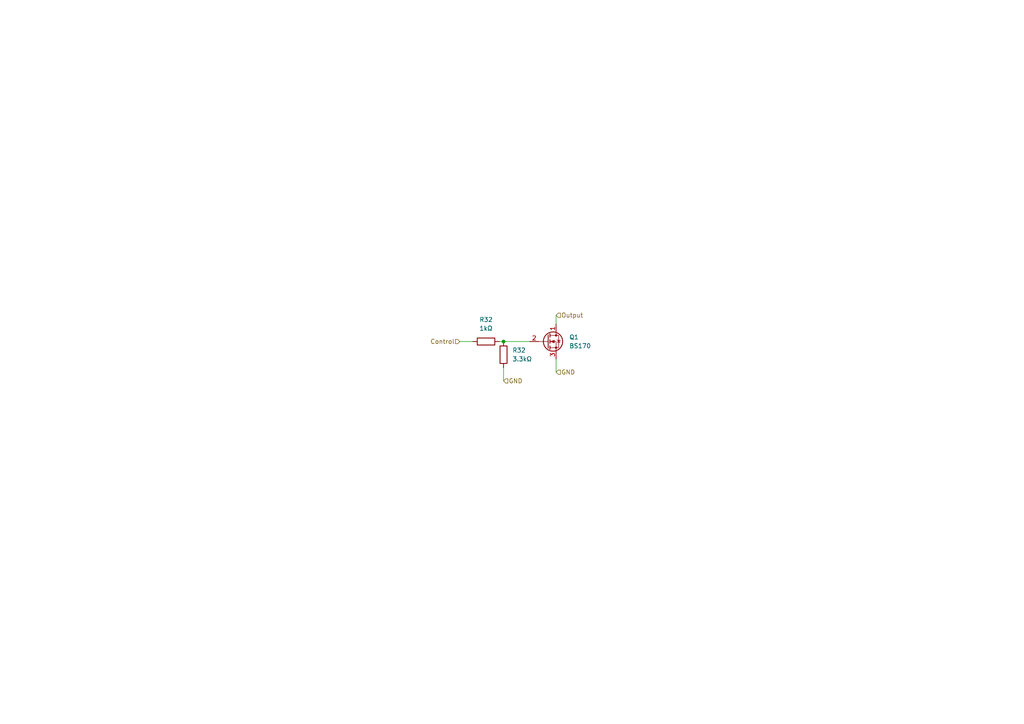
<source format=kicad_sch>
(kicad_sch (version 20230121) (generator eeschema)
  (paper "A4")
  (lib_symbols
    (symbol "Device:R" (pin_numbers hide) (pin_names (offset 0))
      (property "Reference" "R" (at 2.032 0 90))
      (property "Value" "R" (at 0 0 90))
      (symbol "R_0_1"
        (rectangle (start -1.016 -2.54) (end 1.016 2.54) (stroke (width 0.254)))
      )
      (symbol "R_1_1"
        (pin passive line (at 0 3.81 270) (length 1.27) (name "~") (number "1"))
        (pin passive line (at 0 -3.81 90) (length 1.27) (name "~") (number "2"))
      )
    )
    (symbol "Transistor_FET:BS170" (pin_names hide)
      (property "Reference" "Q" (at 5.08 1.905 0))
      (property "Value" "BS170" (at 5.08 0 0))
      (symbol "BS170_0_1"
        (polyline (pts (xy 0.254 0) (xy -2.54 0)))
        (polyline (pts (xy 0.254 1.905) (xy 0.254 -1.905)) (stroke (width 0.254)))
        (polyline (pts (xy 0.762 -1.27) (xy 0.762 -2.286)) (stroke (width 0.254)))
        (polyline (pts (xy 0.762 0.508) (xy 0.762 -0.508)) (stroke (width 0.254)))
        (polyline (pts (xy 0.762 2.286) (xy 0.762 1.27)) (stroke (width 0.254)))
        (polyline (pts (xy 2.54 2.54) (xy 2.54 1.778)))
        (polyline (pts (xy 2.54 -2.54) (xy 2.54 0) (xy 0.762 0)))
        (polyline (pts (xy 0.762 -1.778) (xy 3.302 -1.778) (xy 3.302 1.778) (xy 0.762 1.778)))
        (polyline (pts (xy 1.016 0) (xy 2.032 0.381) (xy 2.032 -0.381) (xy 1.016 0)) (fill (type outline)))
        (polyline (pts (xy 2.794 0.508) (xy 2.921 0.381) (xy 3.683 0.381) (xy 3.81 0.254)))
        (polyline (pts (xy 3.302 0.381) (xy 2.921 -0.254) (xy 3.683 -0.254) (xy 3.302 0.381)))
        (circle (center 1.651 0) (radius 2.794) (stroke (width 0.254)))
        (circle (center 2.54 -1.778) (radius 0.254) (fill (type outline)))
        (circle (center 2.54 1.778) (radius 0.254) (fill (type outline)))
      )
      (symbol "BS170_1_1"
        (pin passive line (at 2.54 5.08 270) (length 2.54) (name "D") (number "1"))
        (pin input line (at -5.08 0 0) (length 2.54) (name "G") (number "2"))
        (pin passive line (at 2.54 -5.08 90) (length 2.54) (name "S") (number "3"))
      )
    )
  )
  (junction (at 146.05 99.06))
  (wire (pts (xy 146.05 99.06) (xy 153.67 99.06)))
  (wire (pts (xy 161.29 104.14) (xy 161.29 107.95)))
  (wire (pts (xy 161.29 91.44) (xy 161.29 93.98)))
  (wire (pts (xy 133.35 99.06) (xy 137.16 99.06)))
  (wire (pts (xy 144.78 99.06) (xy 146.05 99.06)))
  (wire (pts (xy 146.05 110.49) (xy 146.05 106.68)))
  (hierarchical_label "Control" (shape input) (at 133.35 99.06 180))
  (hierarchical_label "Output" (shape input) (at 161.29 91.44 0))
  (hierarchical_label "GND" (shape input) (at 146.05 110.49 0))
  (hierarchical_label "GND" (shape input) (at 161.29 107.95 0))
  (symbol (lib_id "Transistor_FET:BS170") (at 158.75 99.06 0) (unit 1)
    (property "Reference" "Q1" (at 165.1 97.79 0) (effects (justify left)))
    (property "Value" "BS170" (at 165.1 100.33 0) (effects (justify left)))
    (property "Footprint" "Package_TO_SOT_THT:TO-92_Inline" (effects hide))
    (property "Datasheet" "https://www.onsemi.com/pub/Collateral/BS170-D.PDF" (effects hide))
    (instances (project "Cloud-Star-Lights-PCB" (path "" (reference "Q1") (unit 1)) (path "" (reference "Q2") (unit 1)) (path "" (reference "Q1") (unit 1)) (path "" (reference "Q3") (unit 1)) (path "" (reference "Q4") (unit 1)) (path "" (reference "Q5") (unit 1)) (path "" (reference "Q6") (unit 1)) (path "" (reference "Q7") (unit 1)) (path "" (reference "Q8") (unit 1)) (path "" (reference "Q9") (unit 1)) (path "" (reference "Q10") (unit 1)) (path "" (reference "Q11") (unit 1)) (path "" (reference "Q12") (unit 1)) (path "" (reference "Q13") (unit 1)) (path "" (reference "Q14") (unit 1)) (path "" (reference "Q15") (unit 1))))
  )
  (symbol (lib_id "Device:R") (at 140.97 99.06 90) (unit 1)
    (property "Reference" "R32" (at 140.97 92.71 90))
    (property "Value" "1kΩ" (at 140.97 95.25 90))
    (property "Footprint" "Resistor_SMD:R_1206_3216Metric_Pad1.30x1.75mm_HandSolder" (effects hide))
    (instances (project "Cloud-Star-Lights-PCB" (path "" (reference "R32") (unit 1)) (path "" (reference "R18") (unit 1)) (path "" (reference "R37") (unit 1)) (path "" (reference "R17") (unit 1)) (path "" (reference "R39") (unit 1)) (path "" (reference "R41") (unit 1)) (path "" (reference "R43") (unit 1)) (path "" (reference "R45") (unit 1)) (path "" (reference "R47") (unit 1)) (path "" (reference "R49") (unit 1)) (path "" (reference "R51") (unit 1)) (path "" (reference "R53") (unit 1)) (path "" (reference "R55") (unit 1)) (path "" (reference "R57") (unit 1)) (path "" (reference "R59") (unit 1)) (path "" (reference "R61") (unit 1)) (path "" (reference "R63") (unit 1))))
  )
  (symbol (lib_id "Device:R") (at 146.05 102.87 0) (unit 1)
    (property "Reference" "R32" (at 148.59 101.6 0) (effects (justify left)))
    (property "Value" "3.3kΩ" (at 148.59 104.14 0) (effects (justify left)))
    (property "Footprint" "Resistor_SMD:R_1206_3216Metric_Pad1.30x1.75mm_HandSolder" (effects hide))
    (instances (project "Cloud-Star-Lights-PCB" (path "" (reference "R32") (unit 1)) (path "" (reference "R17") (unit 1)) (path "" (reference "R38") (unit 1)) (path "" (reference "R18") (unit 1)) (path "" (reference "R40") (unit 1)) (path "" (reference "R42") (unit 1)) (path "" (reference "R44") (unit 1)) (path "" (reference "R46") (unit 1)) (path "" (reference "R48") (unit 1)) (path "" (reference "R50") (unit 1)) (path "" (reference "R52") (unit 1)) (path "" (reference "R54") (unit 1)) (path "" (reference "R56") (unit 1)) (path "" (reference "R58") (unit 1)) (path "" (reference "R60") (unit 1)) (path "" (reference "R62") (unit 1)) (path "" (reference "R64") (unit 1))))
  )
)
</source>
